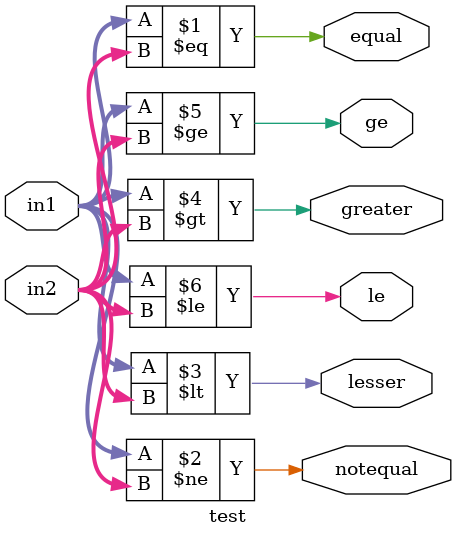
<source format=v>
module test(input [2:0] in1, in2, output equal, notequal, lesser, greater, ge, le);

assign equal = (in1 == in2);
assign notequal = (in1 != in2);
assign lesser = (in1 < in2);
assign greater = (in1 > in2);
assign ge = (in1 >= in2);
assign le = (in1 <= in2);

endmodule

</source>
